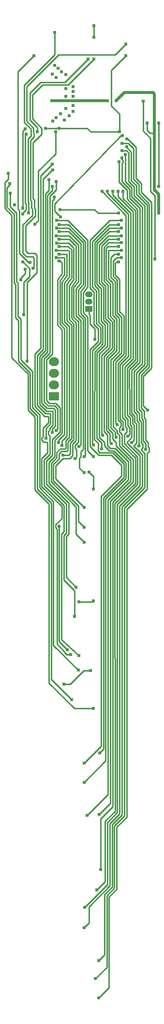
<source format=gbl>
G04 Layer: BottomLayer*
G04 EasyEDA v6.3.43, 2020-06-07T13:11:06+08:00*
G04 57be81840bc34c5ebe362b8f785087f4,10*
G04 Gerber Generator version 0.2*
G04 Scale: 100 percent, Rotated: No, Reflected: No *
G04 Dimensions in inches *
G04 leading zeros omitted , absolute positions ,2 integer and 4 decimal *
%FSLAX24Y24*%
%MOIN*%
G90*
G70D02*

%ADD10C,0.010000*%
%ADD11C,0.020000*%
%ADD13C,0.009500*%
%ADD14C,0.009800*%
%ADD16C,0.009900*%
%ADD18C,0.024400*%
%ADD30C,0.059060*%
%ADD31C,0.039370*%

%LPD*%
G54D10*
G01X4200Y63300D02*
G01X4200Y61780D01*
G01X3019Y60600D01*
G01X3019Y57200D01*
G01X2780Y56959D01*
G01X4460Y63560D02*
G01X4459Y63559D01*
G01X3500Y63559D01*
G54D11*
G01X7780Y65444D02*
G01X3940Y65444D01*
G54D10*
G01X8600Y63300D02*
G01X8600Y64540D01*
G01X8059Y65080D01*
G01X8059Y67559D01*
G01X9050Y68550D01*
G54D13*
G01X10259Y44440D02*
G01X10540Y44159D01*
G01X10100Y44280D02*
G01X10300Y44080D01*
G01X10300Y43619D01*
G01X10319Y43619D01*
G01X10419Y43519D01*
G01X10419Y42080D01*
G01X10580Y41919D01*
G01X10580Y41640D01*
G01X10659Y41559D01*
G01X10659Y41319D01*
G01X10500Y41159D01*
G01X10500Y38719D01*
G01X9100Y37319D01*
G01X9100Y16119D01*
G01X8415Y15436D01*
G01X8415Y11155D01*
G01X7890Y10630D01*
G01X7890Y4390D01*
G01X7180Y3680D01*
G01X9940Y44240D02*
G01X9940Y44200D01*
G01X10140Y44000D01*
G01X10140Y43540D01*
G01X10159Y43540D01*
G01X10259Y43440D01*
G01X10259Y42000D01*
G01X10419Y41840D01*
G01X10419Y41440D01*
G01X8940Y16319D02*
G01X8940Y16200D01*
G01X8259Y15519D01*
G01X8259Y11240D01*
G01X7735Y10715D01*
G01X7735Y5795D01*
G01X6940Y5000D01*
G01X9780Y44319D02*
G01X9780Y44119D01*
G01X9980Y43919D01*
G01X9980Y43459D01*
G01X10000Y43459D01*
G01X10100Y43359D01*
G01X10100Y41919D01*
G01X10219Y41800D01*
G01X10219Y41559D01*
G01X10100Y41440D01*
G01X10100Y41400D01*
G01X10340Y41159D01*
G01X10340Y38800D01*
G01X8940Y37400D01*
G01X8940Y16319D01*
G01X9619Y44280D02*
G01X9619Y44040D01*
G01X9819Y43840D01*
G01X9819Y43400D01*
G01X9940Y43280D01*
G01X9940Y41680D01*
G01X9459Y43959D02*
G01X9659Y43759D01*
G01X9659Y43319D01*
G01X9780Y43200D01*
G01X9780Y41880D01*
G01X9580Y41680D01*
G01X10180Y41080D01*
G01X10180Y38880D01*
G01X8780Y37480D01*
G01X8780Y16280D01*
G01X8100Y15600D01*
G01X8100Y11319D01*
G01X7580Y10800D01*
G01X7580Y6640D01*
G01X7180Y6240D01*
G01X9300Y44280D02*
G01X9300Y43880D01*
G01X9500Y43680D01*
G01X9500Y43240D01*
G01X9619Y43119D01*
G01X9619Y42080D01*
G01X9459Y41919D01*
G01X9139Y44239D02*
G01X9139Y43800D01*
G01X9339Y43600D01*
G01X9339Y43160D01*
G01X9460Y43039D01*
G01X9460Y42280D01*
G01X9100Y41919D01*
G01X10019Y41000D01*
G01X10019Y38960D01*
G01X8619Y37560D01*
G01X8619Y16360D01*
G01X7939Y15680D01*
G01X7939Y11400D01*
G01X6500Y9960D01*
G01X6500Y8840D01*
G01X6180Y8519D01*
G01X8980Y44000D02*
G01X8980Y43719D01*
G01X9180Y43519D01*
G01X9180Y43080D01*
G01X9300Y42959D01*
G01X9300Y42480D01*
G01X9180Y42359D01*
G01X8819Y43919D02*
G01X8819Y43640D01*
G01X9019Y43440D01*
G01X9019Y43000D01*
G01X9100Y42919D01*
G01X9100Y42640D01*
G01X8940Y42480D01*
G01X8940Y41840D01*
G01X9859Y40919D01*
G01X9859Y39040D01*
G01X8459Y37632D01*
G01X8459Y16440D01*
G01X7780Y15759D01*
G01X7780Y11480D01*
G01X6219Y9919D01*
G01X8660Y43560D02*
G01X8859Y43360D01*
G01X8859Y42800D01*
G01X8500Y43559D02*
G01X8500Y43480D01*
G01X8700Y43280D01*
G01X8700Y43038D01*
G01X8619Y42959D01*
G01X8619Y42640D01*
G01X8780Y42480D01*
G01X8780Y41759D01*
G01X9700Y40840D01*
G01X9700Y39119D01*
G01X8296Y37715D01*
G01X8300Y16519D01*
G01X7619Y15840D01*
G01X7619Y11680D01*
G01X7059Y11119D01*
G01X9100Y62800D02*
G01X9180Y62800D01*
G01X9740Y62240D01*
G01X9740Y60119D01*
G01X10100Y59759D01*
G01X10100Y59159D01*
G01X10819Y58440D01*
G01X10819Y47040D01*
G01X10259Y46480D01*
G01X10259Y44440D01*
G01X8780Y62519D02*
G01X9219Y62519D01*
G01X9580Y62159D01*
G01X9580Y60040D01*
G01X9940Y59680D01*
G01X9940Y59080D01*
G01X10659Y58359D01*
G01X10659Y47119D01*
G01X10100Y46559D01*
G01X10100Y44280D01*
G01X9100Y62280D02*
G01X9100Y62240D01*
G01X9419Y61919D01*
G01X9419Y59959D01*
G01X9780Y59600D01*
G01X9780Y59000D01*
G01X10500Y58280D01*
G01X10500Y47200D01*
G01X9940Y46640D01*
G01X9940Y44240D01*
G01X8780Y62000D02*
G01X9109Y62000D01*
G01X9259Y61850D01*
G01X9259Y59880D01*
G01X9619Y59519D01*
G01X9619Y58919D01*
G01X10340Y58200D01*
G01X10340Y47280D01*
G01X9780Y46719D01*
G01X9780Y44319D01*
G01X9019Y61759D02*
G01X9019Y59880D01*
G01X9459Y59440D01*
G01X9459Y58840D01*
G01X10180Y58119D01*
G01X10180Y47359D01*
G01X9619Y46800D01*
G01X9619Y44280D01*
G01X8780Y61519D02*
G01X8780Y61400D01*
G01X8860Y61319D01*
G01X8860Y61200D01*
G01X8780Y61119D01*
G01X8780Y59880D01*
G01X9300Y59360D01*
G01X9300Y58760D01*
G01X10019Y58039D01*
G01X10019Y47439D01*
G01X9451Y46871D01*
G01X9459Y43959D01*
G01X8580Y61240D02*
G01X8580Y59840D01*
G01X9140Y59280D01*
G01X9140Y58680D01*
G01X9859Y57959D01*
G01X9859Y47519D01*
G01X9296Y46955D01*
G01X9300Y44280D01*
G01X8859Y59200D02*
G01X8859Y58719D01*
G01X9700Y57880D01*
G01X9700Y47600D01*
G01X9140Y47040D01*
G01X9140Y44240D01*
G01X8500Y59200D02*
G01X8500Y58840D01*
G01X9540Y57800D01*
G01X9540Y47680D01*
G01X8980Y47119D01*
G01X8980Y44000D01*
G01X8140Y59200D02*
G01X8140Y58959D01*
G01X9380Y57719D01*
G01X9380Y47759D01*
G01X8819Y47200D01*
G01X8819Y43919D01*
G01X7780Y59200D02*
G01X7780Y59080D01*
G01X9219Y57640D01*
G01X9219Y47840D01*
G01X8659Y47280D01*
G01X8659Y43559D01*
G01X7419Y59200D02*
G01X9059Y57559D01*
G01X9059Y47919D01*
G01X8500Y47359D01*
G01X8500Y43559D01*
G54D10*
G01X11300Y63919D02*
G01X11300Y59640D01*
G01X11300Y59559D01*
G54D13*
G01X7339Y21360D02*
G01X7339Y20999D01*
G01X6180Y19840D01*
G01X8340Y43280D02*
G01X8340Y43280D01*
G01X8459Y43159D01*
G01X8180Y43159D02*
G01X8180Y43000D01*
G01X8459Y42719D01*
G01X8459Y42559D01*
G01X8619Y42400D01*
G01X8619Y41680D01*
G01X9540Y40759D01*
G01X9540Y39200D01*
G01X8140Y37796D01*
G01X8140Y16840D01*
G01X7300Y16000D01*
G01X7300Y12519D01*
G01X8019Y42919D02*
G01X8019Y42919D01*
G01X8300Y42640D01*
G01X8300Y42359D01*
G01X8380Y42280D01*
G01X7859Y42919D02*
G01X7859Y42840D01*
G01X8140Y42559D01*
G01X8140Y42159D01*
G01X8380Y41919D01*
G01X8380Y41680D01*
G01X9380Y40680D01*
G01X9380Y39280D01*
G01X7980Y37880D01*
G01X7980Y17080D01*
G01X7219Y16319D01*
G01X7700Y42919D02*
G01X7700Y42760D01*
G01X7939Y42519D01*
G01X7939Y41960D01*
G01X8059Y41840D01*
G01X7539Y42719D02*
G01X7539Y42680D01*
G01X7780Y42439D01*
G01X7780Y41719D01*
G01X7980Y41519D01*
G01X8300Y41519D01*
G01X9219Y40600D01*
G01X9219Y39360D01*
G01X7819Y37960D01*
G01X7819Y17680D01*
G01X6380Y16240D01*
G01X7380Y42719D02*
G01X7380Y42480D01*
G01X7459Y42400D01*
G01X7219Y42719D02*
G01X7219Y42280D01*
G01X7580Y41919D01*
G01X7580Y41680D01*
G01X7900Y41359D01*
G01X8219Y41359D01*
G01X9059Y40519D01*
G01X9059Y39440D01*
G01X7659Y38040D01*
G01X7659Y20000D01*
G01X6180Y18519D01*
G01X7051Y42711D02*
G01X7051Y42188D01*
G01X7071Y42188D01*
G01X7340Y41919D01*
G01X7340Y41919D01*
G01X7380Y41880D01*
G01X7380Y41480D01*
G01X6896Y42719D02*
G01X6896Y42119D01*
G01X7139Y41880D01*
G01X7139Y41319D01*
G01X7260Y41196D01*
G01X8143Y41196D01*
G01X8900Y40439D01*
G01X8900Y39519D01*
G01X7500Y38119D01*
G01X7500Y20800D01*
G01X7259Y20559D01*
G01X6740Y42719D02*
G01X6740Y41840D01*
G01X6819Y41759D01*
G01X8540Y54359D02*
G01X8419Y54359D01*
G01X8332Y54271D01*
G01X8332Y53448D01*
G01X8619Y53159D01*
G01X8619Y50919D01*
G01X8900Y50640D01*
G01X8900Y48000D01*
G01X8336Y47436D01*
G01X8340Y43280D01*
G01X8740Y54640D02*
G01X8419Y54640D01*
G01X8176Y54396D01*
G01X8176Y53363D01*
G01X8459Y53080D01*
G01X8459Y50840D01*
G01X8740Y50559D01*
G01X8740Y48080D01*
G01X8180Y47519D01*
G01X8180Y43159D01*
G01X8540Y54880D02*
G01X8259Y54880D01*
G01X8019Y54640D01*
G01X8019Y53280D01*
G01X8300Y53000D01*
G01X8300Y50759D01*
G01X8580Y50480D01*
G01X8580Y48159D01*
G01X8019Y47600D01*
G01X8019Y42919D01*
G01X7859Y47680D02*
G01X7859Y42919D01*
G01X8740Y55159D02*
G01X7859Y55159D01*
G01X7859Y53200D01*
G01X8140Y52919D01*
G01X8140Y50680D01*
G01X8419Y50400D01*
G01X8419Y48240D01*
G01X7859Y47680D01*
G01X7859Y47680D01*
G01X8540Y55400D02*
G01X7819Y55400D01*
G01X7696Y55276D01*
G01X7696Y53123D01*
G01X7980Y52840D01*
G01X7980Y50600D01*
G01X8259Y50319D01*
G01X8259Y48319D01*
G01X7700Y47759D01*
G01X7700Y42919D01*
G01X8740Y55680D02*
G01X7859Y55680D01*
G01X7540Y55359D01*
G01X7540Y53040D01*
G01X7819Y52759D01*
G01X7819Y50519D01*
G01X8100Y50240D01*
G01X8100Y48400D01*
G01X7540Y47840D01*
G01X7540Y42719D01*
G01X8540Y55919D02*
G01X7859Y55919D01*
G01X7380Y55440D01*
G01X7380Y52959D01*
G01X7659Y52680D01*
G01X7659Y50440D01*
G01X7940Y50159D01*
G01X7940Y48480D01*
G01X7380Y47919D01*
G01X7380Y42719D01*
G01X8740Y56159D02*
G01X7859Y56159D01*
G01X7219Y55519D01*
G01X7219Y52880D01*
G01X7500Y52600D01*
G01X7500Y50359D01*
G01X7780Y50080D01*
G01X7780Y48559D01*
G01X7219Y48000D01*
G01X7219Y42719D01*
G01X8540Y56440D02*
G01X7900Y56440D01*
G01X7059Y55600D01*
G01X7059Y52800D01*
G01X7340Y52519D01*
G01X7340Y50280D01*
G01X7619Y50000D01*
G01X7619Y48640D01*
G01X7055Y48076D01*
G01X7051Y42711D01*
G01X8740Y56680D02*
G01X7900Y56680D01*
G01X6900Y55680D01*
G01X6900Y52719D01*
G01X7180Y52440D01*
G01X7180Y50200D01*
G01X7459Y49919D01*
G01X7459Y48719D01*
G01X6900Y48159D01*
G01X6896Y42715D01*
G01X8540Y56919D02*
G01X7900Y56919D01*
G01X6740Y55759D01*
G01X6740Y52640D01*
G01X7019Y52359D01*
G01X7019Y50119D01*
G01X7300Y49840D01*
G01X7300Y48800D01*
G01X6736Y48236D01*
G01X6740Y42719D01*
G01X8740Y57200D02*
G01X7940Y57200D01*
G01X6578Y55838D01*
G01X6578Y52561D01*
G01X6859Y52280D01*
G01X6859Y50040D01*
G01X7140Y49759D01*
G01X7140Y48880D01*
G01X6580Y48319D01*
G01X6580Y41640D01*
G01X7180Y41040D01*
G01X8059Y41040D01*
G01X8740Y40359D01*
G01X8740Y39600D01*
G01X7340Y38200D01*
G01X7340Y21359D01*
G01X940Y60440D02*
G01X940Y60040D01*
G01X700Y59800D01*
G01X700Y58040D01*
G01X1180Y57559D01*
G01X1180Y47759D01*
G01X2300Y46640D01*
G01X2300Y44159D01*
G01X2780Y43680D01*
G01X2780Y38640D01*
G01X3740Y37680D01*
G01X3740Y25359D01*
G01X5500Y23600D01*
G01X6819Y23600D01*
G01X1059Y59759D02*
G01X1059Y59640D01*
G01X859Y59440D01*
G01X3903Y37755D02*
G01X3900Y25600D01*
G01X5300Y24200D01*
G01X859Y59425D02*
G01X859Y58119D01*
G01X1344Y57636D01*
G01X1344Y52915D01*
G01X1463Y52796D01*
G01X1463Y50515D01*
G01X1659Y50319D01*
G01X1659Y47519D01*
G01X2463Y46715D01*
G01X2463Y44236D01*
G01X2940Y43759D01*
G01X2940Y38719D01*
G01X3900Y37759D01*
G01X4780Y25280D02*
G01X5219Y25280D01*
G01X6140Y26200D01*
G01X6619Y26200D01*
G01X1090Y59069D02*
G01X1090Y58130D01*
G01X1500Y57719D01*
G01X1500Y53000D01*
G01X1619Y52880D01*
G01X1619Y50600D01*
G01X1819Y50400D01*
G01X1819Y47600D01*
G01X2619Y46800D01*
G01X2619Y44319D01*
G01X3100Y43839D01*
G01X3100Y38800D01*
G01X4060Y37839D01*
G01X4060Y27960D01*
G01X5780Y26239D01*
G01X3980Y61080D02*
G01X3180Y60280D01*
G01X3180Y48400D01*
G01X2780Y48000D01*
G01X2780Y44400D01*
G01X3459Y43719D01*
G01X3700Y43719D01*
G01X3700Y43280D01*
G01X3340Y42919D01*
G01X3340Y42319D01*
G01X3259Y42240D01*
G01X3259Y42080D01*
G01X3380Y41959D01*
G01X3580Y41959D01*
G01X3659Y41880D01*
G01X3659Y41200D01*
G01X3259Y40800D01*
G01X3259Y38880D01*
G01X4634Y37505D01*
G01X4634Y36694D01*
G01X4219Y36280D01*
G01X4219Y36040D01*
G01X4300Y35959D01*
G01X4300Y28040D01*
G01X4819Y27519D01*
G01X4819Y27480D01*
G01X4980Y27319D01*
G01X5259Y27319D01*
G01X4460Y36160D02*
G01X4460Y28199D01*
G01X5019Y27640D01*
G01X4019Y60680D02*
G01X3980Y60680D01*
G01X3340Y60040D01*
G01X3340Y48319D01*
G01X2940Y47919D01*
G01X2940Y44480D01*
G01X3500Y43919D01*
G01X3863Y43915D01*
G01X3855Y43196D01*
G01X3540Y42880D01*
G01X3540Y42200D01*
G01X3819Y42800D02*
G01X3700Y42680D01*
G01X3700Y42480D01*
G01X3819Y42359D01*
G01X3819Y41119D01*
G01X3419Y40719D01*
G01X3419Y38959D01*
G01X4790Y37590D01*
G01X4790Y35769D01*
G01X4619Y35600D01*
G01X4619Y28359D01*
G01X5826Y27246D01*
G01X3740Y60000D02*
G01X3740Y59279D01*
G01X3500Y59039D01*
G01X3500Y48239D01*
G01X3100Y47839D01*
G01X3100Y44560D01*
G01X3580Y44080D01*
G01X4019Y44080D01*
G01X4019Y43119D01*
G01X3819Y42919D01*
G01X3819Y42800D01*
G01X5819Y30959D02*
G01X6780Y30959D01*
G01X6819Y31000D01*
G01X3980Y42840D02*
G01X3980Y42600D01*
G01X4180Y43240D02*
G01X4180Y43040D01*
G01X3980Y42840D01*
G01X4340Y43119D02*
G01X4340Y42840D01*
G01X4259Y42759D01*
G54D14*
G01X4500Y42919D02*
G01X4500Y42621D01*
G01X4482Y42621D01*
G01X3980Y42119D01*
G01X3980Y41040D01*
G01X3580Y40640D01*
G01X3580Y39040D01*
G01X4946Y37673D01*
G01X4946Y35686D01*
G01X4780Y35519D01*
G01X4780Y32438D01*
G01X5500Y31719D01*
G01X5500Y29959D01*
G54D13*
G01X3980Y59559D02*
G01X3980Y59280D01*
G01X3659Y58959D01*
G01X3659Y48159D01*
G01X3259Y47759D01*
G01X3259Y44640D01*
G01X3619Y44280D01*
G01X4080Y44280D01*
G01X4080Y44259D01*
G01X4184Y44155D01*
G01X4180Y43240D01*
G01X4259Y59880D02*
G01X4259Y59319D01*
G01X3819Y58880D01*
G01X3819Y48080D01*
G01X3419Y47680D01*
G01X3419Y44719D01*
G01X3700Y44440D01*
G01X4140Y44440D01*
G01X4340Y44240D01*
G01X4340Y43119D01*
G01X4140Y41719D02*
G01X4140Y40959D01*
G01X3740Y40559D01*
G01X3740Y39119D01*
G01X3940Y38919D01*
G01X5104Y37755D01*
G01X5104Y35604D01*
G01X5059Y35559D01*
G01X4940Y35440D01*
G01X4940Y32640D01*
G01X5619Y31959D01*
G01X4140Y41719D02*
G01X4140Y42040D01*
G01X4662Y42562D01*
G01X4659Y42919D01*
G54D16*
G01X4819Y42719D02*
G01X4819Y42480D01*
G01X4419Y42080D01*
G01X4419Y41919D01*
G01X4980Y42559D02*
G01X4980Y42359D01*
G01X4780Y42159D01*
G01X4780Y42159D01*
G01X4659Y42040D01*
G01X4659Y41719D01*
G54D13*
G01X6180Y35040D02*
G01X5619Y35600D01*
G01X5619Y37480D01*
G01X3900Y39200D01*
G01X3900Y40480D01*
G01X4296Y40880D01*
G01X4296Y41240D01*
G01X4540Y41480D01*
G01X4859Y41480D01*
G01X4900Y41519D01*
G01X4900Y42040D01*
G01X5140Y42280D01*
G01X5140Y42640D01*
G01X4980Y41319D02*
G01X4619Y41319D01*
G01X4459Y41159D01*
G01X4448Y40790D01*
G01X4059Y40400D01*
G01X4059Y39280D01*
G01X5780Y37559D01*
G01X5780Y36480D01*
G01X6180Y36080D01*
G54D16*
G01X5300Y42680D02*
G01X5300Y42200D01*
G01X5059Y41959D01*
G01X5059Y41400D01*
G01X4980Y41319D01*
G54D14*
G01X4700Y41040D02*
G01X5100Y41040D01*
G01X5220Y41160D01*
G01X5220Y41880D01*
G01X5460Y42119D01*
G01X5460Y42519D01*
G54D13*
G01X5619Y42159D02*
G01X5619Y42040D01*
G01X5380Y41800D01*
G01X5380Y41000D01*
G01X5180Y40800D01*
G01X4700Y40800D01*
G01X4219Y40319D01*
G01X4219Y39680D01*
G01X4219Y39400D01*
G01X6180Y37440D01*
G54D14*
G01X5540Y41719D02*
G01X5780Y41959D01*
G01X5780Y42359D01*
G01X5540Y40800D02*
G01X5659Y40919D01*
G01X5659Y41440D01*
G01X5540Y41559D01*
G01X5540Y41719D01*
G54D10*
G01X5819Y41640D02*
G01X5819Y41640D01*
G01X5940Y41759D01*
G01X5940Y42240D01*
G01X6814Y38714D02*
G01X6814Y39565D01*
G01X6500Y39880D01*
G54D16*
G01X6100Y42160D02*
G01X6100Y41439D01*
G01X5939Y41280D01*
G01X5939Y40919D01*
G01X5860Y40839D01*
G01X5860Y40159D01*
G01X6180Y39840D01*
G01X6260Y42160D02*
G01X6260Y41040D01*
G01X6180Y40959D01*
G01X6419Y42160D02*
G01X6419Y41359D01*
G01X6819Y40959D01*
G54D14*
G01X4100Y58800D02*
G01X4100Y58680D01*
G01X3980Y58559D01*
G01X3980Y48000D01*
G01X3580Y47600D01*
G01X3580Y44800D01*
G01X3780Y44600D01*
G01X4219Y44600D01*
G01X4500Y44319D01*
G01X4500Y42919D01*
G54D16*
G01X4459Y54400D02*
G01X4540Y54400D01*
G01X4659Y54280D01*
G01X4659Y53559D01*
G01X4340Y53119D01*
G01X4340Y50000D01*
G01X4659Y49680D01*
G01X4659Y42919D01*
G01X4259Y54640D02*
G01X4819Y54640D01*
G01X4819Y53480D01*
G01X4500Y53040D01*
G01X4500Y50080D01*
G01X4819Y49759D01*
G01X4819Y42719D01*
G01X4459Y54880D02*
G01X4980Y54880D01*
G01X4980Y53400D01*
G01X4659Y52959D01*
G01X4659Y50159D01*
G01X4980Y49840D01*
G01X4980Y42559D01*
G01X4259Y55159D02*
G01X5059Y55159D01*
G01X5140Y55119D01*
G01X5140Y53319D01*
G01X4819Y52880D01*
G01X4819Y50240D01*
G01X5140Y49919D01*
G01X5140Y42640D01*
G01X4459Y55400D02*
G01X5059Y55400D01*
G01X5300Y55200D01*
G01X5300Y53240D01*
G01X4980Y52800D01*
G01X4980Y50319D01*
G01X5300Y50000D01*
G01X5300Y42680D01*
G01X4280Y55659D02*
G01X5119Y55659D01*
G01X5459Y55319D01*
G01X5459Y53159D01*
G01X5140Y52719D01*
G01X5140Y50400D01*
G01X5459Y50080D01*
G01X5459Y42519D01*
G01X4459Y55919D02*
G01X5140Y55919D01*
G01X5619Y55440D01*
G01X5619Y53080D01*
G01X5300Y52627D01*
G01X5300Y50480D01*
G01X5619Y50159D01*
G01X5619Y42159D01*
G01X4259Y56159D02*
G01X5140Y56159D01*
G01X5780Y55519D01*
G01X5780Y53000D01*
G01X5459Y52573D01*
G01X5459Y50559D01*
G01X5780Y50240D01*
G01X5780Y42359D01*
G01X5940Y42240D02*
G01X5940Y50319D01*
G01X5659Y50600D01*
G01X5619Y50640D01*
G01X5619Y52480D01*
G01X5940Y52919D01*
G01X5940Y55600D01*
G01X5100Y56440D01*
G01X4459Y56440D01*
G01X6100Y42160D02*
G01X6100Y50400D01*
G01X5780Y50719D01*
G01X5780Y52411D01*
G01X6100Y52800D01*
G01X6100Y55680D01*
G01X5100Y56680D01*
G01X4269Y56680D01*
G01X6259Y42159D02*
G01X6259Y50480D01*
G01X6019Y50719D01*
G01X6019Y50719D01*
G01X5940Y50800D01*
G01X5940Y52328D01*
G01X6259Y52719D01*
G01X6259Y55759D01*
G01X5100Y56919D01*
G01X4459Y56919D01*
G01X4459Y56919D01*
G01X6419Y42159D02*
G01X6419Y50560D01*
G01X6100Y50880D01*
G01X6100Y52200D01*
G01X6419Y52639D01*
G01X6419Y55839D01*
G01X5059Y57200D01*
G01X4280Y57200D01*
G54D10*
G01X6860Y69800D02*
G01X6860Y70599D01*
G01X6859Y70600D01*
G01X2611Y64660D02*
G01X2611Y65861D01*
G01X3300Y66550D01*
G01X5090Y66550D01*
G01X6859Y68319D01*
G01X2611Y64209D02*
G01X2609Y64659D01*
G01X2150Y56800D02*
G01X2150Y56850D01*
G01X2800Y57500D01*
G01X2800Y58000D01*
G01X2753Y58046D01*
G01X2750Y58600D01*
G01X2650Y58700D01*
G01X2650Y62550D01*
G01X3250Y63150D01*
G01X3250Y63559D01*
G01X2619Y64200D01*
G01X2259Y47519D02*
G01X2250Y52950D01*
G01X2900Y53600D01*
G01X2900Y54825D01*
G01X2775Y54950D01*
G01X2300Y54950D01*
G01X2150Y55100D01*
G01X2150Y56800D01*
G01X2450Y64660D02*
G01X2450Y65989D01*
G01X3180Y66719D01*
G01X4859Y66719D01*
G01X6459Y68319D01*
G01X2950Y63300D02*
G01X2950Y63600D01*
G01X2450Y64100D01*
G01X2450Y64669D01*
G01X1950Y57650D02*
G01X1950Y57700D01*
G01X2188Y57938D01*
G01X2190Y58300D01*
G01X2125Y58375D01*
G01X2125Y63000D01*
G01X2188Y63138D01*
G01X2400Y53567D02*
G01X2400Y53900D01*
G01X1950Y54350D01*
G01X2000Y51350D02*
G01X2000Y52950D01*
G01X2400Y53350D01*
G01X2400Y53567D01*
G01X2000Y50700D02*
G01X2000Y51350D01*
G01X2210Y64659D02*
G01X2210Y66410D01*
G01X4400Y68600D01*
G01X8300Y68600D01*
G01X9050Y69350D01*
G01X2659Y53919D02*
G01X2700Y53919D01*
G01X2700Y54650D01*
G01X2650Y54700D01*
G01X2200Y54700D01*
G01X1950Y54950D01*
G01X1950Y56900D01*
G01X2600Y57550D01*
G01X2600Y58000D01*
G01X2550Y58050D01*
G01X2550Y58525D01*
G01X2475Y58600D01*
G01X2475Y62725D01*
G01X2700Y62950D01*
G01X2698Y63560D01*
G01X2210Y64039D01*
G01X2209Y64669D01*
G01X2050Y64659D02*
G01X2050Y66500D01*
G01X4150Y68600D01*
G01X4150Y70150D01*
G01X2350Y57700D02*
G01X2350Y58450D01*
G01X2300Y58500D01*
G01X2300Y62825D01*
G01X2500Y63000D01*
G01X2500Y63500D01*
G01X2050Y63950D01*
G01X2050Y64650D01*
G01X1619Y64659D02*
G01X1619Y67459D01*
G01X2700Y68540D01*
G01X2459Y54319D02*
G01X2344Y54319D01*
G01X1700Y54959D01*
G01X1700Y57919D01*
G01X1619Y57992D01*
G01X1619Y64640D01*
G01X10259Y64619D02*
G01X10259Y65419D01*
G01X11050Y54550D02*
G01X11050Y58900D01*
G01X10750Y59200D01*
G01X10750Y62850D01*
G01X10400Y63200D01*
G01X10259Y63340D01*
G01X10259Y64640D01*
G01X1800Y53100D02*
G01X1800Y53250D01*
G01X2100Y53550D01*
G01X2100Y53850D01*
G01X6500Y51100D02*
G01X6500Y50750D01*
G01X6580Y50680D01*
G01X6580Y50077D01*
G01X6900Y49757D01*
G01X6900Y49000D01*
G01X4140Y58350D02*
G01X4140Y57859D01*
G01X4550Y57450D01*
G01X8800Y63050D02*
G01X8709Y63050D01*
G01X4140Y58359D01*
G01X4459Y63559D02*
G01X6390Y63559D01*
G01X6650Y63300D01*
G01X8600Y63300D01*
G01X4500Y57959D02*
G01X6890Y57959D01*
G01X7150Y57700D01*
G01X8550Y57700D01*
G01X1950Y58050D02*
G01X1950Y63350D01*
G01X2100Y63500D01*
G01X10500Y63900D02*
G01X10500Y63400D01*
G01X10700Y63200D01*
G01X10995Y63200D01*
G01X11000Y63195D01*
G54D11*
G01X11000Y64550D02*
G01X11000Y65900D01*
G01X10900Y66000D01*
G01X11000Y59300D02*
G01X11000Y64550D01*
G01X11300Y57700D02*
G01X11300Y59000D01*
G01X11000Y59300D01*
G01X10900Y66000D02*
G01X8940Y66000D01*
G01X8380Y65440D01*
G36*
G01X3746Y45394D02*
G01X4453Y45394D01*
G01X4453Y44805D01*
G01X3746Y44805D01*
G01X3746Y45394D01*
G37*
G36*
G01X6750Y51296D02*
G01X6750Y50903D01*
G01X6250Y50903D01*
G01X6250Y51296D01*
G01X6750Y51296D01*
G37*
G54D18*
G01X10900Y66000D03*
G01X8380Y65440D03*
G01X11300Y57700D03*
G01X11000Y59300D03*
G01X10500Y63900D03*
G01X1950Y58050D03*
G01X2100Y63500D03*
G01X4500Y57959D03*
G01X8550Y57700D03*
G01X4459Y63559D03*
G01X8600Y63300D03*
G01X8800Y63050D03*
G01X4550Y57450D03*
G01X9050Y68550D03*
G01X4200Y63300D03*
G01X6900Y49000D03*
G01X1800Y53100D03*
G01X2100Y53850D03*
G01X11050Y54550D03*
G01X10259Y65419D03*
G01X2459Y54319D03*
G01X2700Y68540D03*
G01X2350Y57700D03*
G01X4150Y70150D03*
G01X2659Y53919D03*
G01X9050Y69350D03*
G01X2000Y50700D03*
G01X1950Y54350D03*
G01X1950Y57650D03*
G01X2188Y63138D03*
G01X2950Y63300D03*
G01X6459Y68319D03*
G01X6859Y68319D03*
G01X6859Y69800D03*
G01X6859Y70600D03*
G01X4459Y54400D03*
G01X4259Y54640D03*
G01X4459Y54880D03*
G01X4259Y55159D03*
G01X4280Y57200D03*
G01X4269Y56680D03*
G01X4459Y56440D03*
G01X4259Y56159D03*
G01X4459Y55919D03*
G01X4280Y55659D03*
G01X4459Y55400D03*
G01X4459Y56919D03*
G01X4100Y58800D03*
G01X2259Y47519D03*
G01X6819Y40959D03*
G01X6180Y40959D03*
G01X6180Y39840D03*
G01X6815Y38715D03*
G01X6500Y39880D03*
G01X5819Y41640D03*
G01X5540Y40800D03*
G01X6180Y37440D03*
G01X4700Y41040D03*
G01X6180Y36080D03*
G01X6180Y35040D03*
G01X4659Y41719D03*
G01X4419Y41919D03*
G01X5619Y31959D03*
G01X4259Y59880D03*
G01X3980Y59559D03*
G01X4259Y42759D03*
G01X3980Y42600D03*
G01X5819Y30959D03*
G01X6819Y31000D03*
G01X3740Y60000D03*
G01X4019Y60680D03*
G01X5019Y27640D03*
G01X3540Y42200D03*
G01X4459Y36159D03*
G01X3980Y61080D03*
G01X5259Y27319D03*
G01X1380Y58280D03*
G01X1090Y59069D03*
G01X940Y60440D03*
G01X5780Y26240D03*
G01X4780Y25280D03*
G01X6619Y26200D03*
G01X1059Y59759D03*
G01X5300Y24200D03*
G01X6819Y23600D03*
G01X8540Y54359D03*
G01X8740Y54640D03*
G01X8540Y54880D03*
G01X8740Y55159D03*
G01X8540Y55400D03*
G01X8740Y55680D03*
G01X8540Y55919D03*
G01X8740Y56159D03*
G01X8540Y56440D03*
G01X8740Y56680D03*
G01X8540Y56919D03*
G01X8740Y57200D03*
G01X6819Y41759D03*
G01X7259Y20559D03*
G01X7380Y41480D03*
G01X6180Y18519D03*
G01X7459Y42400D03*
G01X6380Y16240D03*
G01X8059Y41840D03*
G01X7219Y16319D03*
G01X8380Y42280D03*
G01X7300Y12519D03*
G01X8459Y43159D03*
G01X6180Y19840D03*
G01X11300Y59559D03*
G01X11300Y63919D03*
G01X7419Y59200D03*
G01X7780Y59200D03*
G01X8140Y59200D03*
G01X8500Y59200D03*
G01X8859Y59200D03*
G01X8580Y61240D03*
G01X8780Y61519D03*
G01X9019Y61759D03*
G01X8780Y62000D03*
G01X9100Y62280D03*
G01X9100Y62800D03*
G01X8780Y62519D03*
G01X7059Y11119D03*
G01X8859Y42800D03*
G01X6219Y9919D03*
G01X9180Y42359D03*
G01X6180Y8519D03*
G01X9459Y41919D03*
G01X7180Y6240D03*
G01X9940Y41680D03*
G01X6940Y5000D03*
G01X10419Y41440D03*
G01X7180Y3680D03*
G01X10540Y44159D03*
G01X5826Y27246D03*
G01X5500Y29959D03*
G01X3940Y65444D03*
G01X7780Y65444D03*
G01X3500Y63559D03*
G01X4900Y66280D03*
G01X4900Y65759D03*
G01X5419Y66400D03*
G01X5419Y66080D03*
G01X5419Y65759D03*
G01X4900Y64919D03*
G01X5419Y65119D03*
G01X5419Y64719D03*
G01X3980Y67280D03*
G01X4259Y67040D03*
G01X4140Y67880D03*
G01X4380Y67680D03*
G01X4900Y67240D03*
G01X4619Y67440D03*
G01X5140Y64400D03*
G01X4819Y64119D03*
G01X4019Y64040D03*
G01X4259Y64280D03*
G01X4540Y64559D03*
G01X2780Y56959D03*
G54D30*
G01X4040Y45887D02*
G01X4159Y45887D01*
G01X4040Y46674D02*
G01X4159Y46674D01*
G01X4040Y47462D02*
G01X4159Y47462D01*
G54D31*
G01X6553Y51600D02*
G01X6446Y51600D01*
G01X6553Y52100D02*
G01X6446Y52100D01*
M00*
M02*

</source>
